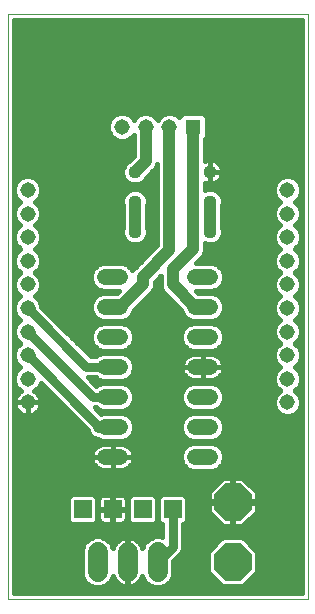
<source format=gtl>
G75*
%MOIN*%
%OFA0B0*%
%FSLAX24Y24*%
%IPPOS*%
%LPD*%
%AMOC8*
5,1,8,0,0,1.08239X$1,22.5*
%
%ADD10C,0.0000*%
%ADD11C,0.0440*%
%ADD12R,0.0594X0.0594*%
%ADD13C,0.0515*%
%ADD14C,0.0520*%
%ADD15C,0.0650*%
%ADD16OC8,0.1240*%
%ADD17R,0.0515X0.0515*%
%ADD18C,0.0160*%
%ADD19C,0.0300*%
%ADD20C,0.0400*%
D10*
X000680Y000680D02*
X000680Y020180D01*
X010680Y020180D01*
X010680Y000680D01*
X000680Y000680D01*
D11*
X004930Y012930D03*
X004930Y013930D03*
X004930Y014930D03*
X007430Y014930D03*
X007430Y013930D03*
X007430Y012930D03*
D12*
X006180Y003680D03*
X005180Y003680D03*
X004180Y003680D03*
X003180Y003680D03*
D13*
X001349Y007243D03*
X001349Y008030D03*
X001349Y008818D03*
X001349Y009605D03*
X001349Y010393D03*
X001349Y011180D03*
X001349Y011967D03*
X001349Y012755D03*
X001349Y013542D03*
X001349Y014330D03*
X004499Y016430D03*
X005286Y016430D03*
X006074Y016430D03*
X010011Y014330D03*
X010011Y013542D03*
X010011Y012755D03*
X010011Y011967D03*
X010011Y011180D03*
X010011Y010393D03*
X010011Y009605D03*
X010011Y008818D03*
X010011Y008030D03*
X010011Y007243D03*
D14*
X007440Y007430D02*
X006920Y007430D01*
X006920Y006430D02*
X007440Y006430D01*
X007440Y005430D02*
X006920Y005430D01*
X006920Y008430D02*
X007440Y008430D01*
X007440Y009430D02*
X006920Y009430D01*
X006920Y010430D02*
X007440Y010430D01*
X007440Y011430D02*
X006920Y011430D01*
X004440Y011430D02*
X003920Y011430D01*
X003920Y010430D02*
X004440Y010430D01*
X004440Y009430D02*
X003920Y009430D01*
X003920Y008430D02*
X004440Y008430D01*
X004440Y007430D02*
X003920Y007430D01*
X003920Y006430D02*
X004440Y006430D01*
X004440Y005430D02*
X003920Y005430D01*
D15*
X003680Y002255D02*
X003680Y001605D01*
X004680Y001605D02*
X004680Y002255D01*
X005680Y002255D02*
X005680Y001605D01*
D16*
X008180Y001930D03*
X008180Y003930D03*
D17*
X006861Y016430D03*
D18*
X007261Y016032D02*
X007319Y016090D01*
X007319Y016770D01*
X007201Y016887D01*
X006521Y016887D01*
X006404Y016770D01*
X006404Y016747D01*
X006333Y016818D01*
X006165Y016887D01*
X005983Y016887D01*
X005815Y016818D01*
X005686Y016689D01*
X005680Y016675D01*
X005674Y016689D01*
X005545Y016818D01*
X005377Y016887D01*
X005195Y016887D01*
X005027Y016818D01*
X004898Y016689D01*
X004893Y016675D01*
X004887Y016689D01*
X004758Y016818D01*
X004590Y016887D01*
X004408Y016887D01*
X004240Y016818D01*
X004111Y016689D01*
X004041Y016521D01*
X004041Y016339D01*
X004111Y016171D01*
X004240Y016042D01*
X004408Y015973D01*
X004590Y015973D01*
X004758Y016042D01*
X004886Y016170D01*
X004886Y015452D01*
X004740Y015306D01*
X004692Y015286D01*
X004574Y015168D01*
X004510Y015014D01*
X004510Y014846D01*
X004574Y014692D01*
X004692Y014574D01*
X004846Y014510D01*
X005014Y014510D01*
X005168Y014574D01*
X005286Y014692D01*
X005306Y014740D01*
X005625Y015060D01*
X005674Y015176D01*
X005674Y012489D01*
X004843Y011659D01*
X004830Y011691D01*
X004701Y011820D01*
X004531Y011890D01*
X003828Y011890D01*
X003659Y011820D01*
X003530Y011691D01*
X003460Y011521D01*
X003460Y011338D01*
X003530Y011169D01*
X003659Y011040D01*
X003828Y010970D01*
X004404Y010970D01*
X004324Y010890D01*
X003828Y010890D01*
X003659Y010820D01*
X003530Y010691D01*
X003460Y010521D01*
X003460Y010338D01*
X003530Y010169D01*
X003659Y010040D01*
X003828Y009970D01*
X004531Y009970D01*
X004701Y010040D01*
X004830Y010169D01*
X004897Y010331D01*
X005407Y010841D01*
X005519Y010953D01*
X005580Y011100D01*
X005580Y011264D01*
X005780Y011464D01*
X005780Y011100D01*
X005841Y010953D01*
X005953Y010841D01*
X006463Y010331D01*
X006530Y010169D01*
X006659Y010040D01*
X006828Y009970D01*
X007531Y009970D01*
X007701Y010040D01*
X007830Y010169D01*
X007900Y010338D01*
X007900Y010521D01*
X007830Y010691D01*
X007701Y010820D01*
X007531Y010890D01*
X007036Y010890D01*
X006956Y010970D01*
X007531Y010970D01*
X007701Y011040D01*
X007830Y011169D01*
X007900Y011338D01*
X007900Y011521D01*
X007830Y011691D01*
X007701Y011820D01*
X007531Y011890D01*
X006956Y011890D01*
X007088Y012022D01*
X007200Y012135D01*
X007261Y012282D01*
X007261Y012545D01*
X007346Y012510D01*
X007514Y012510D01*
X007668Y012574D01*
X007786Y012692D01*
X007850Y012846D01*
X007850Y013014D01*
X007830Y013062D01*
X007830Y013798D01*
X007850Y013846D01*
X007850Y014014D01*
X007786Y014168D01*
X007668Y014286D01*
X007514Y014350D01*
X007346Y014350D01*
X007261Y014315D01*
X007261Y014567D01*
X007313Y014545D01*
X007391Y014530D01*
X007430Y014530D01*
X007469Y014530D01*
X007547Y014545D01*
X007619Y014576D01*
X007685Y014619D01*
X007741Y014675D01*
X007784Y014741D01*
X007815Y014813D01*
X007830Y014891D01*
X007830Y014930D01*
X007830Y014969D01*
X007815Y015047D01*
X007784Y015119D01*
X007741Y015185D01*
X007685Y015241D01*
X007619Y015284D01*
X007547Y015315D01*
X007469Y015330D01*
X007430Y015330D01*
X007430Y014930D01*
X007430Y014930D01*
X007830Y014930D01*
X007430Y014930D01*
X007430Y014930D01*
X007430Y015330D01*
X007391Y015330D01*
X007313Y015315D01*
X007261Y015293D01*
X007261Y016032D01*
X007283Y016055D02*
X010480Y016055D01*
X010480Y016213D02*
X007319Y016213D01*
X007319Y016372D02*
X010480Y016372D01*
X010480Y016530D02*
X007319Y016530D01*
X007319Y016689D02*
X010480Y016689D01*
X010480Y016847D02*
X007242Y016847D01*
X007261Y015896D02*
X010480Y015896D01*
X010480Y015738D02*
X007261Y015738D01*
X007261Y015579D02*
X010480Y015579D01*
X010480Y015421D02*
X007261Y015421D01*
X007430Y015262D02*
X007430Y015262D01*
X007430Y015104D02*
X007430Y015104D01*
X007430Y014945D02*
X007430Y014945D01*
X007430Y014930D02*
X007430Y014530D01*
X007430Y014930D01*
X007430Y014930D01*
X007430Y014787D02*
X007430Y014787D01*
X007430Y014628D02*
X007430Y014628D01*
X007261Y014470D02*
X009573Y014470D01*
X009553Y014421D02*
X009553Y014239D01*
X009623Y014070D01*
X009752Y013942D01*
X009766Y013936D01*
X009752Y013930D01*
X009623Y013801D01*
X009553Y013633D01*
X009553Y013451D01*
X009623Y013283D01*
X009752Y013154D01*
X009766Y013149D01*
X009752Y013143D01*
X009623Y013014D01*
X009553Y012846D01*
X009553Y012664D01*
X009623Y012496D01*
X009752Y012367D01*
X009766Y012361D01*
X009752Y012355D01*
X009623Y012227D01*
X009553Y012058D01*
X009553Y011876D01*
X009623Y011708D01*
X009752Y011580D01*
X009766Y011574D01*
X009752Y011568D01*
X009623Y011439D01*
X009553Y011271D01*
X009553Y011089D01*
X009623Y010921D01*
X009752Y010792D01*
X009766Y010786D01*
X009752Y010780D01*
X009623Y010652D01*
X009553Y010484D01*
X009553Y010302D01*
X009623Y010133D01*
X009752Y010005D01*
X009766Y009999D01*
X009752Y009993D01*
X009623Y009864D01*
X009553Y009696D01*
X009553Y009514D01*
X009623Y009346D01*
X009752Y009217D01*
X009766Y009211D01*
X009752Y009206D01*
X009623Y009077D01*
X009553Y008909D01*
X009553Y008727D01*
X009623Y008559D01*
X009752Y008430D01*
X009766Y008424D01*
X009752Y008418D01*
X009623Y008290D01*
X009553Y008121D01*
X009553Y007939D01*
X009623Y007771D01*
X009752Y007643D01*
X009766Y007637D01*
X009752Y007631D01*
X009623Y007502D01*
X009553Y007334D01*
X009553Y007152D01*
X009623Y006984D01*
X009752Y006855D01*
X009920Y006786D01*
X010102Y006786D01*
X010270Y006855D01*
X010399Y006984D01*
X010468Y007152D01*
X010468Y007334D01*
X010399Y007502D01*
X010270Y007631D01*
X010256Y007637D01*
X010270Y007643D01*
X010399Y007771D01*
X010468Y007939D01*
X010468Y008121D01*
X010399Y008290D01*
X010270Y008418D01*
X010256Y008424D01*
X010270Y008430D01*
X010399Y008559D01*
X010468Y008727D01*
X010468Y008909D01*
X010399Y009077D01*
X010270Y009206D01*
X010256Y009211D01*
X010270Y009217D01*
X010399Y009346D01*
X010468Y009514D01*
X010468Y009696D01*
X010399Y009864D01*
X010270Y009993D01*
X010256Y009999D01*
X010270Y010005D01*
X010399Y010133D01*
X010468Y010302D01*
X010468Y010484D01*
X010399Y010652D01*
X010270Y010780D01*
X010256Y010786D01*
X010270Y010792D01*
X010399Y010921D01*
X010468Y011089D01*
X010468Y011271D01*
X010399Y011439D01*
X010270Y011568D01*
X010256Y011574D01*
X010270Y011580D01*
X010399Y011708D01*
X010468Y011876D01*
X010468Y012058D01*
X010399Y012227D01*
X010270Y012355D01*
X010256Y012361D01*
X010270Y012367D01*
X010399Y012496D01*
X010468Y012664D01*
X010468Y012846D01*
X010399Y013014D01*
X010270Y013143D01*
X010256Y013149D01*
X010270Y013154D01*
X010399Y013283D01*
X010468Y013451D01*
X010468Y013633D01*
X010399Y013801D01*
X010270Y013930D01*
X010256Y013936D01*
X010270Y013942D01*
X010399Y014070D01*
X010468Y014239D01*
X010468Y014421D01*
X010399Y014589D01*
X010270Y014717D01*
X010102Y014787D01*
X009920Y014787D01*
X009752Y014717D01*
X009623Y014589D01*
X009553Y014421D01*
X009553Y014311D02*
X007608Y014311D01*
X007792Y014153D02*
X009589Y014153D01*
X009699Y013994D02*
X007850Y013994D01*
X007845Y013836D02*
X009657Y013836D01*
X009571Y013677D02*
X007830Y013677D01*
X007830Y013519D02*
X009553Y013519D01*
X009591Y013360D02*
X007830Y013360D01*
X007830Y013202D02*
X009704Y013202D01*
X009652Y013043D02*
X007838Y013043D01*
X007850Y012885D02*
X009569Y012885D01*
X009553Y012726D02*
X007800Y012726D01*
X007652Y012568D02*
X009593Y012568D01*
X009710Y012409D02*
X007261Y012409D01*
X007248Y012251D02*
X009647Y012251D01*
X009567Y012092D02*
X007158Y012092D01*
X006999Y011934D02*
X009553Y011934D01*
X009595Y011775D02*
X007746Y011775D01*
X007861Y011617D02*
X009715Y011617D01*
X009642Y011458D02*
X007900Y011458D01*
X007884Y011300D02*
X009565Y011300D01*
X009553Y011141D02*
X007802Y011141D01*
X007562Y010983D02*
X009597Y010983D01*
X009720Y010824D02*
X007691Y010824D01*
X007840Y010666D02*
X009637Y010666D01*
X009563Y010507D02*
X007900Y010507D01*
X007900Y010349D02*
X009553Y010349D01*
X009599Y010190D02*
X007838Y010190D01*
X007680Y010032D02*
X009725Y010032D01*
X009632Y009873D02*
X007573Y009873D01*
X007531Y009890D02*
X007701Y009820D01*
X007830Y009691D01*
X007900Y009521D01*
X007900Y009338D01*
X007830Y009169D01*
X007701Y009040D01*
X007531Y008970D01*
X006828Y008970D01*
X006659Y009040D01*
X006530Y009169D01*
X006460Y009338D01*
X006460Y009521D01*
X006530Y009691D01*
X006659Y009820D01*
X006828Y009890D01*
X007531Y009890D01*
X007806Y009715D02*
X009561Y009715D01*
X009553Y009556D02*
X007886Y009556D01*
X007900Y009398D02*
X009602Y009398D01*
X009730Y009239D02*
X007859Y009239D01*
X007741Y009081D02*
X009626Y009081D01*
X009559Y008922D02*
X003315Y008922D01*
X003457Y008780D02*
X001807Y010430D01*
X001807Y010484D01*
X001737Y010652D01*
X001608Y010780D01*
X001594Y010786D01*
X001608Y010792D01*
X001737Y010921D01*
X001807Y011089D01*
X001807Y011271D01*
X001737Y011439D01*
X001608Y011568D01*
X001594Y011574D01*
X001608Y011580D01*
X001737Y011708D01*
X001807Y011876D01*
X001807Y012058D01*
X001737Y012227D01*
X001608Y012355D01*
X001594Y012361D01*
X001608Y012367D01*
X001737Y012496D01*
X001807Y012664D01*
X001807Y012846D01*
X001737Y013014D01*
X001608Y013143D01*
X001594Y013149D01*
X001608Y013154D01*
X001737Y013283D01*
X001807Y013451D01*
X001807Y013633D01*
X001737Y013801D01*
X001608Y013930D01*
X001594Y013936D01*
X001608Y013942D01*
X001737Y014070D01*
X001807Y014239D01*
X001807Y014421D01*
X001737Y014589D01*
X001608Y014717D01*
X001440Y014787D01*
X001258Y014787D01*
X001090Y014717D01*
X000961Y014589D01*
X000892Y014421D01*
X000892Y014239D01*
X000961Y014070D01*
X001090Y013942D01*
X001104Y013936D01*
X001090Y013930D01*
X000961Y013801D01*
X000892Y013633D01*
X000892Y013451D01*
X000961Y013283D01*
X001090Y013154D01*
X001104Y013149D01*
X001090Y013143D01*
X000961Y013014D01*
X000892Y012846D01*
X000892Y012664D01*
X000961Y012496D01*
X001090Y012367D01*
X001104Y012361D01*
X001090Y012355D01*
X000961Y012227D01*
X000892Y012058D01*
X000892Y011876D01*
X000961Y011708D01*
X001090Y011580D01*
X001104Y011574D01*
X001090Y011568D01*
X000961Y011439D01*
X000892Y011271D01*
X000892Y011089D01*
X000961Y010921D01*
X001090Y010792D01*
X001104Y010786D01*
X001090Y010780D01*
X000961Y010652D01*
X000892Y010484D01*
X000892Y010302D01*
X000961Y010133D01*
X001090Y010005D01*
X001104Y009999D01*
X001090Y009993D01*
X000961Y009864D01*
X000892Y009696D01*
X000892Y009514D01*
X000961Y009346D01*
X001090Y009217D01*
X001104Y009211D01*
X001090Y009206D01*
X000961Y009077D01*
X000892Y008909D01*
X000892Y008727D01*
X000961Y008559D01*
X001090Y008430D01*
X001104Y008424D01*
X001090Y008418D01*
X000961Y008290D01*
X000892Y008121D01*
X000892Y007939D01*
X000961Y007771D01*
X001090Y007643D01*
X001134Y007624D01*
X001120Y007617D01*
X001064Y007577D01*
X001016Y007528D01*
X000975Y007472D01*
X000944Y007411D01*
X000923Y007345D01*
X000912Y007277D01*
X000912Y007243D01*
X000912Y007209D01*
X000923Y007141D01*
X000944Y007075D01*
X000975Y007014D01*
X001016Y006958D01*
X001064Y006909D01*
X001120Y006869D01*
X001181Y006838D01*
X001247Y006816D01*
X001315Y006806D01*
X001349Y006806D01*
X001349Y007243D01*
X000912Y007243D01*
X001349Y007243D01*
X001349Y007243D01*
X001349Y007243D01*
X001349Y006806D01*
X001384Y006806D01*
X001452Y006816D01*
X001517Y006838D01*
X001579Y006869D01*
X001634Y006909D01*
X001683Y006958D01*
X001723Y007014D01*
X001755Y007075D01*
X001776Y007141D01*
X001787Y007209D01*
X001787Y007243D01*
X001349Y007243D01*
X001787Y007243D01*
X001787Y007277D01*
X001776Y007345D01*
X001755Y007411D01*
X001723Y007472D01*
X001683Y007528D01*
X001634Y007577D01*
X001579Y007617D01*
X001564Y007624D01*
X001608Y007643D01*
X001737Y007771D01*
X001785Y007887D01*
X003348Y006324D01*
X003398Y006203D01*
X003511Y006091D01*
X003658Y006030D01*
X003684Y006030D01*
X003828Y005970D01*
X004531Y005970D01*
X004701Y006040D01*
X004830Y006169D01*
X004900Y006338D01*
X004900Y006521D01*
X004830Y006691D01*
X004701Y006820D01*
X004531Y006890D01*
X003828Y006890D01*
X003789Y006873D01*
X003582Y007080D01*
X003619Y007080D01*
X003659Y007040D01*
X003828Y006970D01*
X004531Y006970D01*
X004701Y007040D01*
X004830Y007169D01*
X004900Y007338D01*
X004900Y007521D01*
X004830Y007691D01*
X004701Y007820D01*
X004531Y007890D01*
X003828Y007890D01*
X003659Y007820D01*
X003644Y007805D01*
X003369Y008080D01*
X003619Y008080D01*
X003659Y008040D01*
X003828Y007970D01*
X004531Y007970D01*
X004701Y008040D01*
X004830Y008169D01*
X004900Y008338D01*
X004900Y008521D01*
X004830Y008691D01*
X004701Y008820D01*
X004531Y008890D01*
X003828Y008890D01*
X003659Y008820D01*
X003619Y008780D01*
X003457Y008780D01*
X003659Y009040D02*
X003530Y009169D01*
X003460Y009338D01*
X003460Y009521D01*
X003530Y009691D01*
X003659Y009820D01*
X003828Y009890D01*
X004531Y009890D01*
X004701Y009820D01*
X004830Y009691D01*
X004900Y009521D01*
X004900Y009338D01*
X004830Y009169D01*
X004701Y009040D01*
X004531Y008970D01*
X003828Y008970D01*
X003659Y009040D01*
X003619Y009081D02*
X003156Y009081D01*
X002998Y009239D02*
X003501Y009239D01*
X003460Y009398D02*
X002839Y009398D01*
X002681Y009556D02*
X003474Y009556D01*
X003554Y009715D02*
X002522Y009715D01*
X002364Y009873D02*
X003787Y009873D01*
X003680Y010032D02*
X002205Y010032D01*
X002047Y010190D02*
X003522Y010190D01*
X003460Y010349D02*
X001888Y010349D01*
X001797Y010507D02*
X003460Y010507D01*
X003520Y010666D02*
X001723Y010666D01*
X001640Y010824D02*
X003669Y010824D01*
X003798Y010983D02*
X001763Y010983D01*
X001807Y011141D02*
X003558Y011141D01*
X003476Y011300D02*
X001795Y011300D01*
X001718Y011458D02*
X003460Y011458D01*
X003499Y011617D02*
X001645Y011617D01*
X001765Y011775D02*
X003614Y011775D01*
X004574Y012692D02*
X004510Y012846D01*
X004510Y013014D01*
X004530Y013062D01*
X004530Y013798D01*
X004510Y013846D01*
X004510Y014014D01*
X004574Y014168D01*
X004692Y014286D01*
X004846Y014350D01*
X005014Y014350D01*
X005168Y014286D01*
X005286Y014168D01*
X005350Y014014D01*
X005350Y013846D01*
X005330Y013798D01*
X005330Y013062D01*
X005350Y013014D01*
X005350Y012846D01*
X005286Y012692D01*
X005168Y012574D01*
X005014Y012510D01*
X004846Y012510D01*
X004692Y012574D01*
X004574Y012692D01*
X004560Y012726D02*
X001807Y012726D01*
X001791Y012885D02*
X004510Y012885D01*
X004522Y013043D02*
X001708Y013043D01*
X001656Y013202D02*
X004530Y013202D01*
X004530Y013360D02*
X001769Y013360D01*
X001807Y013519D02*
X004530Y013519D01*
X004530Y013677D02*
X001789Y013677D01*
X001703Y013836D02*
X004515Y013836D01*
X004510Y013994D02*
X001661Y013994D01*
X001771Y014153D02*
X004568Y014153D01*
X004752Y014311D02*
X001807Y014311D01*
X001787Y014470D02*
X005674Y014470D01*
X005674Y014628D02*
X005222Y014628D01*
X005352Y014787D02*
X005674Y014787D01*
X005674Y014945D02*
X005511Y014945D01*
X005644Y015104D02*
X005674Y015104D01*
X005674Y014311D02*
X005108Y014311D01*
X005292Y014153D02*
X005674Y014153D01*
X005674Y013994D02*
X005350Y013994D01*
X005345Y013836D02*
X005674Y013836D01*
X005674Y013677D02*
X005330Y013677D01*
X005330Y013519D02*
X005674Y013519D01*
X005674Y013360D02*
X005330Y013360D01*
X005330Y013202D02*
X005674Y013202D01*
X005674Y013043D02*
X005338Y013043D01*
X005350Y012885D02*
X005674Y012885D01*
X005674Y012726D02*
X005300Y012726D01*
X005152Y012568D02*
X005674Y012568D01*
X005593Y012409D02*
X001650Y012409D01*
X001713Y012251D02*
X005435Y012251D01*
X005276Y012092D02*
X001793Y012092D01*
X001807Y011934D02*
X005118Y011934D01*
X004959Y011775D02*
X004746Y011775D01*
X004708Y012568D02*
X001767Y012568D01*
X001048Y012409D02*
X000880Y012409D01*
X000880Y012251D02*
X000985Y012251D01*
X000906Y012092D02*
X000880Y012092D01*
X000880Y011934D02*
X000892Y011934D01*
X000880Y011775D02*
X000934Y011775D01*
X000880Y011617D02*
X001053Y011617D01*
X000980Y011458D02*
X000880Y011458D01*
X000880Y011300D02*
X000904Y011300D01*
X000892Y011141D02*
X000880Y011141D01*
X000880Y010983D02*
X000936Y010983D01*
X000880Y010824D02*
X001058Y010824D01*
X000975Y010666D02*
X000880Y010666D01*
X000880Y010507D02*
X000902Y010507D01*
X000892Y010349D02*
X000880Y010349D01*
X000880Y010190D02*
X000938Y010190D01*
X000880Y010032D02*
X001063Y010032D01*
X000970Y009873D02*
X000880Y009873D01*
X000880Y009715D02*
X000899Y009715D01*
X000892Y009556D02*
X000880Y009556D01*
X000880Y009398D02*
X000940Y009398D01*
X000880Y009239D02*
X001068Y009239D01*
X000965Y009081D02*
X000880Y009081D01*
X000880Y008922D02*
X000897Y008922D01*
X000880Y008764D02*
X000892Y008764D01*
X000880Y008605D02*
X000942Y008605D01*
X000880Y008447D02*
X001074Y008447D01*
X000961Y008288D02*
X000880Y008288D01*
X000880Y008130D02*
X000895Y008130D01*
X000880Y007971D02*
X000892Y007971D01*
X000880Y007813D02*
X000944Y007813D01*
X000880Y007654D02*
X001079Y007654D01*
X000992Y007496D02*
X000880Y007496D01*
X000880Y007337D02*
X000921Y007337D01*
X000917Y007179D02*
X000880Y007179D01*
X000880Y007020D02*
X000972Y007020D01*
X000880Y006862D02*
X001134Y006862D01*
X001349Y006862D02*
X001349Y006862D01*
X001349Y007020D02*
X001349Y007020D01*
X001349Y007179D02*
X001349Y007179D01*
X001349Y007243D02*
X001349Y007243D01*
X001564Y006862D02*
X002811Y006862D01*
X002652Y007020D02*
X001727Y007020D01*
X001782Y007179D02*
X002494Y007179D01*
X002335Y007337D02*
X001777Y007337D01*
X001707Y007496D02*
X002177Y007496D01*
X002018Y007654D02*
X001620Y007654D01*
X001754Y007813D02*
X001860Y007813D01*
X000880Y006703D02*
X002969Y006703D01*
X003128Y006545D02*
X000880Y006545D01*
X000880Y006386D02*
X003286Y006386D01*
X003388Y006228D02*
X000880Y006228D01*
X000880Y006069D02*
X003563Y006069D01*
X003689Y005806D02*
X003633Y005766D01*
X003584Y005717D01*
X003544Y005661D01*
X003512Y005599D01*
X003491Y005533D01*
X003480Y005465D01*
X003480Y005430D01*
X004180Y005430D01*
X004180Y005430D01*
X004180Y005870D01*
X004475Y005870D01*
X004543Y005859D01*
X004609Y005838D01*
X004671Y005806D01*
X004727Y005766D01*
X004776Y005717D01*
X004816Y005661D01*
X004848Y005599D01*
X004869Y005533D01*
X004880Y005465D01*
X004880Y005430D01*
X004180Y005430D01*
X004180Y005430D01*
X004180Y004990D01*
X004475Y004990D01*
X004543Y005001D01*
X004609Y005022D01*
X004671Y005054D01*
X004727Y005094D01*
X004776Y005143D01*
X004816Y005199D01*
X004848Y005261D01*
X004869Y005327D01*
X004880Y005395D01*
X004880Y005430D01*
X004180Y005430D01*
X004180Y005430D01*
X004180Y005430D01*
X004180Y005870D01*
X003885Y005870D01*
X003817Y005859D01*
X003751Y005838D01*
X003689Y005806D01*
X003620Y005752D02*
X000880Y005752D01*
X000880Y005594D02*
X003510Y005594D01*
X003480Y005435D02*
X000880Y005435D01*
X000880Y005277D02*
X003507Y005277D01*
X003512Y005261D02*
X003544Y005199D01*
X003584Y005143D01*
X003633Y005094D01*
X003689Y005054D01*
X003751Y005022D01*
X003817Y005001D01*
X003885Y004990D01*
X004180Y004990D01*
X004180Y005430D01*
X003480Y005430D01*
X003480Y005395D01*
X003491Y005327D01*
X003512Y005261D01*
X003610Y005118D02*
X000880Y005118D01*
X000880Y004960D02*
X010480Y004960D01*
X010480Y005118D02*
X007779Y005118D01*
X007830Y005169D02*
X007900Y005338D01*
X007900Y005521D01*
X007830Y005691D01*
X007701Y005820D01*
X007531Y005890D01*
X006828Y005890D01*
X006659Y005820D01*
X006530Y005691D01*
X006460Y005521D01*
X006460Y005338D01*
X006530Y005169D01*
X006659Y005040D01*
X006828Y004970D01*
X007531Y004970D01*
X007701Y005040D01*
X007830Y005169D01*
X007874Y005277D02*
X010480Y005277D01*
X010480Y005435D02*
X007900Y005435D01*
X007870Y005594D02*
X010480Y005594D01*
X010480Y005752D02*
X007769Y005752D01*
X007701Y006040D02*
X007830Y006169D01*
X007900Y006338D01*
X007900Y006521D01*
X007830Y006691D01*
X007701Y006820D01*
X007531Y006890D01*
X006828Y006890D01*
X006659Y006820D01*
X006530Y006691D01*
X006460Y006521D01*
X006460Y006338D01*
X006530Y006169D01*
X006659Y006040D01*
X006828Y005970D01*
X007531Y005970D01*
X007701Y006040D01*
X007730Y006069D02*
X010480Y006069D01*
X010480Y005911D02*
X000880Y005911D01*
X000880Y004801D02*
X010480Y004801D01*
X010480Y004643D02*
X008599Y004643D01*
X008511Y004730D02*
X008210Y004730D01*
X008210Y003960D01*
X008980Y003960D01*
X008980Y004261D01*
X008511Y004730D01*
X008210Y004643D02*
X008150Y004643D01*
X008150Y004730D02*
X007849Y004730D01*
X007380Y004261D01*
X007380Y003960D01*
X008150Y003960D01*
X008150Y004730D01*
X008150Y004484D02*
X008210Y004484D01*
X008210Y004326D02*
X008150Y004326D01*
X008150Y004167D02*
X008210Y004167D01*
X008210Y004009D02*
X008150Y004009D01*
X008150Y003960D02*
X008210Y003960D01*
X008210Y003900D01*
X008980Y003900D01*
X008980Y003599D01*
X008511Y003130D01*
X008210Y003130D01*
X008210Y003900D01*
X008150Y003900D01*
X008150Y003130D01*
X007849Y003130D01*
X007380Y003599D01*
X007380Y003900D01*
X008150Y003900D01*
X008150Y003960D01*
X008150Y003850D02*
X008210Y003850D01*
X008210Y003692D02*
X008150Y003692D01*
X008150Y003533D02*
X008210Y003533D01*
X008210Y003375D02*
X008150Y003375D01*
X008150Y003216D02*
X008210Y003216D01*
X008520Y002750D02*
X007840Y002750D01*
X007360Y002270D01*
X007360Y001590D01*
X007840Y001110D01*
X008520Y001110D01*
X009000Y001590D01*
X009000Y002270D01*
X008520Y002750D01*
X008529Y002741D02*
X010480Y002741D01*
X010480Y002899D02*
X006530Y002899D01*
X006530Y002741D02*
X007831Y002741D01*
X007672Y002582D02*
X006530Y002582D01*
X006530Y002424D02*
X007514Y002424D01*
X007360Y002265D02*
X006490Y002265D01*
X006477Y002232D02*
X006530Y002360D01*
X006530Y003183D01*
X006560Y003183D01*
X006677Y003300D01*
X006677Y004060D01*
X006560Y004177D01*
X005800Y004177D01*
X005683Y004060D01*
X005683Y003300D01*
X005800Y003183D01*
X005830Y003183D01*
X005830Y002761D01*
X005784Y002780D01*
X005576Y002780D01*
X005383Y002700D01*
X005235Y002552D01*
X005167Y002389D01*
X005148Y002449D01*
X005112Y002519D01*
X005065Y002584D01*
X005009Y002640D01*
X004945Y002687D01*
X004874Y002723D01*
X004798Y002747D01*
X004720Y002760D01*
X004708Y002760D01*
X004708Y001958D01*
X004652Y001958D01*
X004652Y002760D01*
X004640Y002760D01*
X004562Y002747D01*
X004486Y002723D01*
X004415Y002687D01*
X004351Y002640D01*
X004295Y002584D01*
X004248Y002519D01*
X004212Y002449D01*
X004193Y002389D01*
X004125Y002552D01*
X003977Y002700D01*
X003784Y002780D01*
X003576Y002780D01*
X003383Y002700D01*
X003235Y002552D01*
X003155Y002359D01*
X003155Y001501D01*
X003235Y001308D01*
X003383Y001160D01*
X003576Y001080D01*
X003784Y001080D01*
X003977Y001160D01*
X004125Y001308D01*
X004193Y001471D01*
X004212Y001411D01*
X004248Y001341D01*
X004295Y001276D01*
X004351Y001220D01*
X004415Y001173D01*
X004486Y001137D01*
X004562Y001113D01*
X004640Y001100D01*
X004652Y001100D01*
X004652Y001902D01*
X004708Y001902D01*
X004708Y001100D01*
X004720Y001100D01*
X004798Y001113D01*
X004874Y001137D01*
X004945Y001173D01*
X005009Y001220D01*
X005065Y001276D01*
X005112Y001341D01*
X005148Y001411D01*
X005167Y001471D01*
X005235Y001308D01*
X005383Y001160D01*
X005576Y001080D01*
X005784Y001080D01*
X005977Y001160D01*
X006125Y001308D01*
X006205Y001501D01*
X006205Y001960D01*
X006378Y002133D01*
X006477Y002232D01*
X006351Y002107D02*
X007360Y002107D01*
X007360Y001948D02*
X006205Y001948D01*
X006205Y001790D02*
X007360Y001790D01*
X007360Y001631D02*
X006205Y001631D01*
X006193Y001473D02*
X007478Y001473D01*
X007636Y001314D02*
X006127Y001314D01*
X005966Y001156D02*
X007795Y001156D01*
X008565Y001156D02*
X010480Y001156D01*
X010480Y001314D02*
X008724Y001314D01*
X008882Y001473D02*
X010480Y001473D01*
X010480Y001631D02*
X009000Y001631D01*
X009000Y001790D02*
X010480Y001790D01*
X010480Y001948D02*
X009000Y001948D01*
X009000Y002107D02*
X010480Y002107D01*
X010480Y002265D02*
X009000Y002265D01*
X008846Y002424D02*
X010480Y002424D01*
X010480Y002582D02*
X008688Y002582D01*
X008597Y003216D02*
X010480Y003216D01*
X010480Y003058D02*
X006530Y003058D01*
X006593Y003216D02*
X007763Y003216D01*
X007604Y003375D02*
X006677Y003375D01*
X006677Y003533D02*
X007446Y003533D01*
X007380Y003692D02*
X006677Y003692D01*
X006677Y003850D02*
X007380Y003850D01*
X007380Y004009D02*
X006677Y004009D01*
X006570Y004167D02*
X007380Y004167D01*
X007444Y004326D02*
X000880Y004326D01*
X000880Y004484D02*
X007603Y004484D01*
X007761Y004643D02*
X000880Y004643D01*
X000880Y004167D02*
X002790Y004167D01*
X002800Y004177D02*
X002683Y004060D01*
X002683Y003300D01*
X002800Y003183D01*
X003560Y003183D01*
X003677Y003300D01*
X003677Y004060D01*
X003560Y004177D01*
X002800Y004177D01*
X002683Y004009D02*
X000880Y004009D01*
X000880Y003850D02*
X002683Y003850D01*
X002683Y003692D02*
X000880Y003692D01*
X000880Y003533D02*
X002683Y003533D01*
X002683Y003375D02*
X000880Y003375D01*
X000880Y003216D02*
X002767Y003216D01*
X003265Y002582D02*
X000880Y002582D01*
X000880Y002424D02*
X003182Y002424D01*
X003155Y002265D02*
X000880Y002265D01*
X000880Y002107D02*
X003155Y002107D01*
X003155Y001948D02*
X000880Y001948D01*
X000880Y001790D02*
X003155Y001790D01*
X003155Y001631D02*
X000880Y001631D01*
X000880Y001473D02*
X003167Y001473D01*
X003233Y001314D02*
X000880Y001314D01*
X000880Y001156D02*
X003394Y001156D01*
X003966Y001156D02*
X004451Y001156D01*
X004652Y001156D02*
X004708Y001156D01*
X004708Y001314D02*
X004652Y001314D01*
X004652Y001473D02*
X004708Y001473D01*
X004708Y001631D02*
X004652Y001631D01*
X004652Y001790D02*
X004708Y001790D01*
X004708Y002107D02*
X004652Y002107D01*
X004652Y002265D02*
X004708Y002265D01*
X004708Y002424D02*
X004652Y002424D01*
X004652Y002582D02*
X004708Y002582D01*
X004708Y002741D02*
X004652Y002741D01*
X004541Y002741D02*
X003879Y002741D01*
X004095Y002582D02*
X004294Y002582D01*
X004204Y002424D02*
X004178Y002424D01*
X004162Y003203D02*
X003859Y003203D01*
X003814Y003215D01*
X003773Y003239D01*
X003739Y003273D01*
X003715Y003314D01*
X003703Y003359D01*
X003703Y003662D01*
X004162Y003662D01*
X004162Y003698D01*
X003703Y003698D01*
X003703Y004001D01*
X003715Y004046D01*
X003739Y004087D01*
X003773Y004121D01*
X003814Y004145D01*
X003859Y004157D01*
X004162Y004157D01*
X004162Y003698D01*
X004198Y003698D01*
X004198Y004157D01*
X004501Y004157D01*
X004546Y004145D01*
X004587Y004121D01*
X004621Y004087D01*
X004645Y004046D01*
X004657Y004001D01*
X004657Y003698D01*
X004198Y003698D01*
X004198Y003662D01*
X004657Y003662D01*
X004657Y003359D01*
X004645Y003314D01*
X004621Y003273D01*
X004587Y003239D01*
X004546Y003215D01*
X004501Y003203D01*
X004198Y003203D01*
X004198Y003662D01*
X004162Y003662D01*
X004162Y003203D01*
X004162Y003216D02*
X004198Y003216D01*
X004198Y003375D02*
X004162Y003375D01*
X004162Y003533D02*
X004198Y003533D01*
X004198Y003692D02*
X004683Y003692D01*
X004683Y003850D02*
X004657Y003850D01*
X004655Y004009D02*
X004683Y004009D01*
X004683Y004060D02*
X004800Y004177D01*
X005560Y004177D01*
X005677Y004060D01*
X005677Y003300D01*
X005560Y003183D01*
X004800Y003183D01*
X004683Y003300D01*
X004683Y004060D01*
X004790Y004167D02*
X003570Y004167D01*
X003677Y004009D02*
X003705Y004009D01*
X003703Y003850D02*
X003677Y003850D01*
X003677Y003692D02*
X004162Y003692D01*
X004162Y003850D02*
X004198Y003850D01*
X004198Y004009D02*
X004162Y004009D01*
X003703Y003533D02*
X003677Y003533D01*
X003677Y003375D02*
X003703Y003375D01*
X003593Y003216D02*
X003813Y003216D01*
X003481Y002741D02*
X000880Y002741D01*
X000880Y002899D02*
X005830Y002899D01*
X005830Y003058D02*
X000880Y003058D01*
X000880Y000997D02*
X010480Y000997D01*
X010480Y000880D02*
X000880Y000880D01*
X000880Y019980D01*
X010480Y019980D01*
X010480Y000880D01*
X010480Y003375D02*
X008756Y003375D01*
X008914Y003533D02*
X010480Y003533D01*
X010480Y003692D02*
X008980Y003692D01*
X008980Y003850D02*
X010480Y003850D01*
X010480Y004009D02*
X008980Y004009D01*
X008980Y004167D02*
X010480Y004167D01*
X010480Y004326D02*
X008916Y004326D01*
X008757Y004484D02*
X010480Y004484D01*
X010480Y006228D02*
X007854Y006228D01*
X007900Y006386D02*
X010480Y006386D01*
X010480Y006545D02*
X007890Y006545D01*
X007818Y006703D02*
X010480Y006703D01*
X010480Y006862D02*
X010276Y006862D01*
X010414Y007020D02*
X010480Y007020D01*
X010468Y007179D02*
X010480Y007179D01*
X010467Y007337D02*
X010480Y007337D01*
X010480Y007496D02*
X010401Y007496D01*
X010480Y007654D02*
X010281Y007654D01*
X010416Y007813D02*
X010480Y007813D01*
X010468Y007971D02*
X010480Y007971D01*
X010465Y008130D02*
X010480Y008130D01*
X010480Y008288D02*
X010399Y008288D01*
X010480Y008447D02*
X010286Y008447D01*
X010418Y008605D02*
X010480Y008605D01*
X010468Y008764D02*
X010480Y008764D01*
X010463Y008922D02*
X010480Y008922D01*
X010480Y009081D02*
X010395Y009081D01*
X010480Y009239D02*
X010291Y009239D01*
X010420Y009398D02*
X010480Y009398D01*
X010468Y009556D02*
X010480Y009556D01*
X010480Y009715D02*
X010461Y009715D01*
X010480Y009873D02*
X010390Y009873D01*
X010480Y010032D02*
X010297Y010032D01*
X010422Y010190D02*
X010480Y010190D01*
X010468Y010349D02*
X010480Y010349D01*
X010480Y010507D02*
X010458Y010507D01*
X010480Y010666D02*
X010385Y010666D01*
X010302Y010824D02*
X010480Y010824D01*
X010480Y010983D02*
X010424Y010983D01*
X010468Y011141D02*
X010480Y011141D01*
X010480Y011300D02*
X010456Y011300D01*
X010480Y011458D02*
X010380Y011458D01*
X010307Y011617D02*
X010480Y011617D01*
X010480Y011775D02*
X010426Y011775D01*
X010468Y011934D02*
X010480Y011934D01*
X010480Y012092D02*
X010454Y012092D01*
X010480Y012251D02*
X010375Y012251D01*
X010312Y012409D02*
X010480Y012409D01*
X010480Y012568D02*
X010428Y012568D01*
X010468Y012726D02*
X010480Y012726D01*
X010480Y012885D02*
X010452Y012885D01*
X010480Y013043D02*
X010369Y013043D01*
X010317Y013202D02*
X010480Y013202D01*
X010480Y013360D02*
X010430Y013360D01*
X010468Y013519D02*
X010480Y013519D01*
X010480Y013677D02*
X010450Y013677D01*
X010480Y013836D02*
X010364Y013836D01*
X010322Y013994D02*
X010480Y013994D01*
X010480Y014153D02*
X010433Y014153D01*
X010468Y014311D02*
X010480Y014311D01*
X010480Y014470D02*
X010448Y014470D01*
X010480Y014628D02*
X010359Y014628D01*
X010480Y014787D02*
X010103Y014787D01*
X009918Y014787D02*
X007804Y014787D01*
X007830Y014945D02*
X010480Y014945D01*
X010480Y015104D02*
X007791Y015104D01*
X007653Y015262D02*
X010480Y015262D01*
X009662Y014628D02*
X007694Y014628D01*
X006480Y016847D02*
X006262Y016847D01*
X005885Y016847D02*
X005475Y016847D01*
X005674Y016689D02*
X005686Y016689D01*
X005098Y016847D02*
X004688Y016847D01*
X004887Y016689D02*
X004898Y016689D01*
X004886Y016055D02*
X004770Y016055D01*
X004886Y015896D02*
X000880Y015896D01*
X000880Y015738D02*
X004886Y015738D01*
X004886Y015579D02*
X000880Y015579D01*
X000880Y015421D02*
X004855Y015421D01*
X004668Y015262D02*
X000880Y015262D01*
X000880Y015104D02*
X004547Y015104D01*
X004510Y014945D02*
X000880Y014945D01*
X000880Y014787D02*
X001257Y014787D01*
X001442Y014787D02*
X004535Y014787D01*
X004638Y014628D02*
X001698Y014628D01*
X001038Y013994D02*
X000880Y013994D01*
X000880Y013836D02*
X000996Y013836D01*
X000910Y013677D02*
X000880Y013677D01*
X000880Y013519D02*
X000892Y013519D01*
X000880Y013360D02*
X000930Y013360D01*
X000880Y013202D02*
X001043Y013202D01*
X000991Y013043D02*
X000880Y013043D01*
X000880Y012885D02*
X000908Y012885D01*
X000892Y012726D02*
X000880Y012726D01*
X000880Y012568D02*
X000932Y012568D01*
X000880Y014153D02*
X000927Y014153D01*
X000892Y014311D02*
X000880Y014311D01*
X000880Y014470D02*
X000912Y014470D01*
X000880Y014628D02*
X001001Y014628D01*
X000880Y016055D02*
X004227Y016055D01*
X004094Y016213D02*
X000880Y016213D01*
X000880Y016372D02*
X004041Y016372D01*
X004045Y016530D02*
X000880Y016530D01*
X000880Y016689D02*
X004111Y016689D01*
X004310Y016847D02*
X000880Y016847D01*
X000880Y017006D02*
X010480Y017006D01*
X010480Y017164D02*
X000880Y017164D01*
X000880Y017323D02*
X010480Y017323D01*
X010480Y017481D02*
X000880Y017481D01*
X000880Y017640D02*
X010480Y017640D01*
X010480Y017798D02*
X000880Y017798D01*
X000880Y017957D02*
X010480Y017957D01*
X010480Y018115D02*
X000880Y018115D01*
X000880Y018274D02*
X010480Y018274D01*
X010480Y018432D02*
X000880Y018432D01*
X000880Y018591D02*
X010480Y018591D01*
X010480Y018749D02*
X000880Y018749D01*
X000880Y018908D02*
X010480Y018908D01*
X010480Y019066D02*
X000880Y019066D01*
X000880Y019225D02*
X010480Y019225D01*
X010480Y019383D02*
X000880Y019383D01*
X000880Y019542D02*
X010480Y019542D01*
X010480Y019700D02*
X000880Y019700D01*
X000880Y019859D02*
X010480Y019859D01*
X005780Y011458D02*
X005774Y011458D01*
X005780Y011300D02*
X005615Y011300D01*
X005580Y011141D02*
X005780Y011141D01*
X005829Y010983D02*
X005531Y010983D01*
X005390Y010824D02*
X005970Y010824D01*
X006129Y010666D02*
X005231Y010666D01*
X005073Y010507D02*
X006287Y010507D01*
X006446Y010349D02*
X004914Y010349D01*
X004838Y010190D02*
X006522Y010190D01*
X006680Y010032D02*
X004680Y010032D01*
X004573Y009873D02*
X006787Y009873D01*
X006554Y009715D02*
X004806Y009715D01*
X004886Y009556D02*
X006474Y009556D01*
X006460Y009398D02*
X004900Y009398D01*
X004859Y009239D02*
X006501Y009239D01*
X006619Y009081D02*
X004741Y009081D01*
X004757Y008764D02*
X006631Y008764D01*
X006633Y008766D02*
X006584Y008717D01*
X006544Y008661D01*
X006512Y008599D01*
X006491Y008533D01*
X006480Y008465D01*
X006480Y008430D01*
X007180Y008430D01*
X007430Y008430D01*
X007180Y008430D02*
X007880Y008430D01*
X007880Y008465D01*
X007869Y008533D01*
X007848Y008599D01*
X007816Y008661D01*
X007776Y008717D01*
X007727Y008766D01*
X007671Y008806D01*
X007609Y008838D01*
X007543Y008859D01*
X007475Y008870D01*
X007180Y008870D01*
X007180Y008430D01*
X007180Y008430D01*
X007180Y008430D01*
X007180Y007990D01*
X007475Y007990D01*
X007543Y008001D01*
X007609Y008022D01*
X007671Y008054D01*
X007727Y008094D01*
X007776Y008143D01*
X007816Y008199D01*
X007848Y008261D01*
X007869Y008327D01*
X007880Y008395D01*
X007880Y008430D01*
X007180Y008430D01*
X007180Y008430D01*
X007180Y008430D01*
X007180Y008870D01*
X006885Y008870D01*
X006817Y008859D01*
X006751Y008838D01*
X006689Y008806D01*
X006633Y008766D01*
X006515Y008605D02*
X004865Y008605D01*
X004900Y008447D02*
X006480Y008447D01*
X006480Y008430D02*
X006480Y008395D01*
X006491Y008327D01*
X006512Y008261D01*
X006544Y008199D01*
X006584Y008143D01*
X006633Y008094D01*
X006689Y008054D01*
X006751Y008022D01*
X006817Y008001D01*
X006885Y007990D01*
X007180Y007990D01*
X007180Y008430D01*
X006480Y008430D01*
X006503Y008288D02*
X004879Y008288D01*
X004790Y008130D02*
X006598Y008130D01*
X006659Y007820D02*
X006530Y007691D01*
X006460Y007521D01*
X006460Y007338D01*
X006530Y007169D01*
X006659Y007040D01*
X006828Y006970D01*
X007531Y006970D01*
X007701Y007040D01*
X007830Y007169D01*
X007900Y007338D01*
X007900Y007521D01*
X007830Y007691D01*
X007701Y007820D01*
X007531Y007890D01*
X006828Y007890D01*
X006659Y007820D01*
X006652Y007813D02*
X004708Y007813D01*
X004845Y007654D02*
X006515Y007654D01*
X006460Y007496D02*
X004900Y007496D01*
X004899Y007337D02*
X006461Y007337D01*
X006526Y007179D02*
X004834Y007179D01*
X004652Y007020D02*
X006708Y007020D01*
X006760Y006862D02*
X004600Y006862D01*
X004818Y006703D02*
X006542Y006703D01*
X006470Y006545D02*
X004890Y006545D01*
X004900Y006386D02*
X006460Y006386D01*
X006506Y006228D02*
X004854Y006228D01*
X004730Y006069D02*
X006630Y006069D01*
X006591Y005752D02*
X004740Y005752D01*
X004850Y005594D02*
X006490Y005594D01*
X006460Y005435D02*
X004880Y005435D01*
X004853Y005277D02*
X006486Y005277D01*
X006581Y005118D02*
X004750Y005118D01*
X004180Y005118D02*
X004180Y005118D01*
X004180Y005277D02*
X004180Y005277D01*
X004180Y005435D02*
X004180Y005435D01*
X004180Y005594D02*
X004180Y005594D01*
X004180Y005752D02*
X004180Y005752D01*
X003708Y007020D02*
X003642Y007020D01*
X003637Y007813D02*
X003652Y007813D01*
X003478Y007971D02*
X003826Y007971D01*
X004534Y007971D02*
X009553Y007971D01*
X009557Y008130D02*
X007762Y008130D01*
X007857Y008288D02*
X009622Y008288D01*
X009735Y008447D02*
X007880Y008447D01*
X007845Y008605D02*
X009604Y008605D01*
X009553Y008764D02*
X007729Y008764D01*
X007180Y008764D02*
X007180Y008764D01*
X007180Y008605D02*
X007180Y008605D01*
X007180Y008447D02*
X007180Y008447D01*
X007180Y008288D02*
X007180Y008288D01*
X007180Y008130D02*
X007180Y008130D01*
X007708Y007813D02*
X009606Y007813D01*
X009740Y007654D02*
X007845Y007654D01*
X007900Y007496D02*
X009620Y007496D01*
X009554Y007337D02*
X007899Y007337D01*
X007834Y007179D02*
X009553Y007179D01*
X009608Y007020D02*
X007652Y007020D01*
X007600Y006862D02*
X009745Y006862D01*
X005790Y004167D02*
X005570Y004167D01*
X005677Y004009D02*
X005683Y004009D01*
X005677Y003850D02*
X005683Y003850D01*
X005677Y003692D02*
X005683Y003692D01*
X005677Y003533D02*
X005683Y003533D01*
X005677Y003375D02*
X005683Y003375D01*
X005767Y003216D02*
X005593Y003216D01*
X005481Y002741D02*
X004819Y002741D01*
X005066Y002582D02*
X005265Y002582D01*
X005182Y002424D02*
X005156Y002424D01*
X004767Y003216D02*
X004547Y003216D01*
X004657Y003375D02*
X004683Y003375D01*
X004683Y003533D02*
X004657Y003533D01*
X004268Y001314D02*
X004127Y001314D01*
X004909Y001156D02*
X005394Y001156D01*
X005233Y001314D02*
X005092Y001314D01*
D19*
X005680Y001930D02*
X006180Y002430D01*
X006180Y003680D01*
X004180Y007430D02*
X003524Y007430D01*
X001349Y009605D01*
X001349Y010393D02*
X003312Y008430D01*
X004180Y008430D01*
X003737Y006430D02*
X001349Y008818D01*
D20*
X003737Y006430D02*
X004180Y006430D01*
X004180Y010430D02*
X004430Y010430D01*
X005180Y011180D01*
X005180Y011430D01*
X006074Y012324D01*
X006074Y016430D01*
X006861Y016430D02*
X006861Y012361D01*
X006180Y011680D01*
X006180Y011180D01*
X006930Y010430D01*
X007180Y010430D01*
X007430Y012930D02*
X007430Y013930D01*
X005286Y015286D02*
X004930Y014930D01*
X005286Y015286D02*
X005286Y016430D01*
X004930Y013930D02*
X004930Y012930D01*
M02*

</source>
